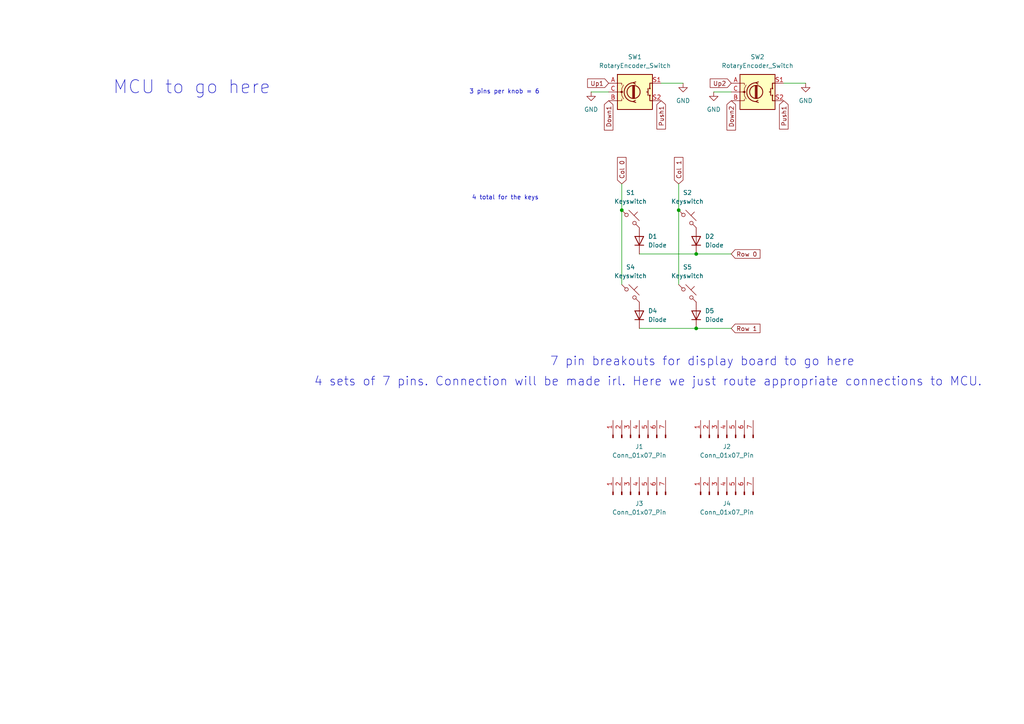
<source format=kicad_sch>
(kicad_sch (version 20250114) (generator "eeschema") (generator_version "9.0")
  (paper "A4")
  (lib_symbols
    (symbol "Connector:Conn_01x07_Pin" (pin_names (offset 1.016) (hide yes))
      (property "Reference" "J" (at 0 10.16 0))
      (property "Value" "Conn_01x07_Pin" (at 0 -10.16 0))
      (symbol "Conn_01x07_Pin_1_1"
        (rectangle (start 0.8636 7.747) (end 0 7.493) (stroke (width 0.1524)) (fill (type outline)))
        (rectangle (start 0.8636 5.207) (end 0 4.953) (stroke (width 0.1524)) (fill (type outline)))
        (rectangle (start 0.8636 2.667) (end 0 2.413) (stroke (width 0.1524)) (fill (type outline)))
        (rectangle (start 0.8636 0.127) (end 0 -0.127) (stroke (width 0.1524)) (fill (type outline)))
        (rectangle (start 0.8636 -2.413) (end 0 -2.667) (stroke (width 0.1524)) (fill (type outline)))
        (rectangle (start 0.8636 -4.953) (end 0 -5.207) (stroke (width 0.1524)) (fill (type outline)))
        (rectangle (start 0.8636 -7.493) (end 0 -7.747) (stroke (width 0.1524)) (fill (type outline)))
        (polyline (pts (xy 1.27 7.62) (xy 0.8636 7.62)) (stroke (width 0.1524)))
        (polyline (pts (xy 1.27 5.08) (xy 0.8636 5.08)) (stroke (width 0.1524)))
        (polyline (pts (xy 1.27 2.54) (xy 0.8636 2.54)) (stroke (width 0.1524)))
        (polyline (pts (xy 1.27 0) (xy 0.8636 0)) (stroke (width 0.1524)))
        (polyline (pts (xy 1.27 -2.54) (xy 0.8636 -2.54)) (stroke (width 0.1524)))
        (polyline (pts (xy 1.27 -5.08) (xy 0.8636 -5.08)) (stroke (width 0.1524)))
        (polyline (pts (xy 1.27 -7.62) (xy 0.8636 -7.62)) (stroke (width 0.1524)))
        (pin passive line (at 5.08 7.62 180) (length 3.81) (name "Pin_1") (number "1"))
        (pin passive line (at 5.08 5.08 180) (length 3.81) (name "Pin_2") (number "2"))
        (pin passive line (at 5.08 2.54 180) (length 3.81) (name "Pin_3") (number "3"))
        (pin passive line (at 5.08 0 180) (length 3.81) (name "Pin_4") (number "4"))
        (pin passive line (at 5.08 -2.54 180) (length 3.81) (name "Pin_5") (number "5"))
        (pin passive line (at 5.08 -5.08 180) (length 3.81) (name "Pin_6") (number "6"))
        (pin passive line (at 5.08 -7.62 180) (length 3.81) (name "Pin_7") (number "7"))
      )
    )
    (symbol "Device:RotaryEncoder_Switch" (pin_names (offset 0.254) (hide yes))
      (property "Reference" "SW" (at 0 6.604 0))
      (property "Value" "RotaryEncoder_Switch" (at 0 -6.604 0))
      (symbol "RotaryEncoder_Switch_0_1"
        (rectangle (start -5.08 5.08) (end 5.08 -5.08) (stroke (width 0.254)) (fill (type background)))
        (polyline (pts (xy -5.08 2.54) (xy -3.81 2.54) (xy -3.81 2.032)))
        (polyline (pts (xy -5.08 0) (xy -3.81 0) (xy -3.81 -1.016) (xy -3.302 -2.032)))
        (polyline (pts (xy -5.08 -2.54) (xy -3.81 -2.54) (xy -3.81 -2.032)))
        (polyline (pts (xy -4.318 0) (xy -3.81 0) (xy -3.81 1.016) (xy -3.302 2.032)))
        (circle (center -3.81 0) (radius 0.254) (fill (type outline)))
        (polyline (pts (xy -0.635 -1.778) (xy -0.635 1.778)) (stroke (width 0.254)))
        (circle (center -0.381 0) (radius 1.905) (stroke (width 0.254)))
        (polyline (pts (xy -0.381 -1.778) (xy -0.381 1.778)) (stroke (width 0.254)))
        (arc (start -0.381 -2.794) (mid -3.0988 -0.0635) (end -0.381 2.667) (stroke (width 0.254)))
        (polyline (pts (xy -0.127 1.778) (xy -0.127 -1.778)) (stroke (width 0.254)))
        (polyline (pts (xy 0.254 2.921) (xy -0.508 2.667) (xy 0.127 2.286)) (stroke (width 0.254)))
        (polyline (pts (xy 0.254 -3.048) (xy -0.508 -2.794) (xy 0.127 -2.413)) (stroke (width 0.254)))
        (polyline (pts (xy 3.81 1.016) (xy 3.81 -1.016)) (stroke (width 0.254)))
        (polyline (pts (xy 3.81 0) (xy 3.429 0)) (stroke (width 0.254)))
        (circle (center 4.318 1.016) (radius 0.127) (stroke (width 0.254)))
        (circle (center 4.318 -1.016) (radius 0.127) (stroke (width 0.254)))
        (polyline (pts (xy 5.08 2.54) (xy 4.318 2.54) (xy 4.318 1.016)) (stroke (width 0.254)))
        (polyline (pts (xy 5.08 -2.54) (xy 4.318 -2.54) (xy 4.318 -1.016)) (stroke (width 0.254)))
      )
      (symbol "RotaryEncoder_Switch_1_1"
        (pin passive line (at -7.62 2.54 0) (length 2.54) (name "A") (number "A"))
        (pin passive line (at -7.62 0 0) (length 2.54) (name "C") (number "C"))
        (pin passive line (at -7.62 -2.54 0) (length 2.54) (name "B") (number "B"))
        (pin passive line (at 7.62 2.54 180) (length 2.54) (name "S1") (number "S1"))
        (pin passive line (at 7.62 -2.54 180) (length 2.54) (name "S2") (number "S2"))
      )
    )
    (symbol "ScottoKeebs:Placeholder_Diode" (pin_numbers (hide yes)) (pin_names (hide yes))
      (property "Reference" "D" (at 0 2.54 0))
      (property "Value" "Diode" (at 0 -2.54 0))
      (symbol "Placeholder_Diode_0_1"
        (polyline (pts (xy -1.27 1.27) (xy -1.27 -1.27)) (stroke (width 0.254)))
        (polyline (pts (xy 1.27 1.27) (xy 1.27 -1.27) (xy -1.27 0) (xy 1.27 1.27)) (stroke (width 0.254)))
        (polyline (pts (xy 1.27 0) (xy -1.27 0)))
      )
      (symbol "Placeholder_Diode_1_1"
        (pin passive line (at -3.81 0 0) (length 2.54) (name "K") (number "1"))
        (pin passive line (at 3.81 0 180) (length 2.54) (name "A") (number "2"))
      )
    )
    (symbol "ScottoKeebs:Placeholder_Keyswitch" (pin_numbers (hide yes)) (pin_names (offset 1.016) (hide yes))
      (property "Reference" "S" (at 3.048 1.016 0))
      (property "Value" "Keyswitch" (at 0 -3.81 0))
      (symbol "Placeholder_Keyswitch_0_1"
        (polyline (pts (xy -2.54 2.54) (xy -1.524 1.524) (xy -1.524 1.524)))
        (circle (center -1.1684 1.1684) (radius 0.508))
        (polyline (pts (xy -0.508 2.54) (xy 2.54 -0.508)))
        (polyline (pts (xy 1.016 1.016) (xy 2.032 2.032)))
        (circle (center 1.143 -1.1938) (radius 0.508))
        (polyline (pts (xy 1.524 -1.524) (xy 2.54 -2.54) (xy 2.54 -2.54) (xy 2.54 -2.54)))
        (pin passive line (at -2.54 2.54 0) (length 0) (name "1") (number "1"))
        (pin passive line (at 2.54 -2.54 180) (length 0) (name "2") (number "2"))
      )
    )
    (symbol "power:GND" (power) (pin_numbers (hide yes)) (pin_names (offset 0) (hide yes))
      (property "Value" "GND" (at 0 -3.81 0))
      (symbol "GND_0_1"
        (polyline (pts (xy 0 0) (xy 0 -1.27) (xy 1.27 -1.27) (xy 0 -2.54) (xy -1.27 -1.27) (xy 0 -1.27)))
      )
      (symbol "GND_1_1"
        (pin power_in line (at 0 0 270) (length 0) (name "~") (number "1"))
      )
    )
  )
  (text "3 pins per knob = 6" (at 146.304 26.67 0) (effects (font (size 1.27 1.27))))
  (text "7 pin breakouts for display board to go here" (at 203.708 104.902 0) (effects (font (size 2.54 2.54))))
  (text "4 sets of 7 pins. Connection will be made irl. Here we just route appropriate connections to MCU." (at 187.96 110.744 0) (effects (font (size 2.54 2.54))))
  (text "4 total for the keys" (at 146.558 57.404 0) (effects (font (size 1.27 1.27))))
  (text "MCU to go here\n" (at 55.626 25.4 0) (effects (font (size 3.81 3.81))))
  (junction (at 196.85 60.96))
  (junction (at 180.34 60.96))
  (junction (at 201.93 95.25))
  (junction (at 201.93 73.66))
  (wire (pts (xy 185.42 95.25) (xy 201.93 95.25)))
  (wire (pts (xy 196.85 60.96) (xy 196.85 82.55)))
  (wire (pts (xy 196.85 53.34) (xy 196.85 60.96)))
  (wire (pts (xy 180.34 60.96) (xy 180.34 82.55)))
  (wire (pts (xy 180.34 53.34) (xy 180.34 60.96)))
  (wire (pts (xy 198.12 24.13) (xy 191.77 24.13)))
  (wire (pts (xy 185.42 73.66) (xy 201.93 73.66)))
  (wire (pts (xy 233.68 24.13) (xy 227.33 24.13)))
  (wire (pts (xy 212.09 73.66) (xy 201.93 73.66)))
  (wire (pts (xy 207.01 26.67) (xy 212.09 26.67)))
  (wire (pts (xy 171.45 26.67) (xy 176.53 26.67)))
  (wire (pts (xy 212.09 95.25) (xy 201.93 95.25)))
  (global_label "Down2" (shape input) (at 212.09 29.21 270) (property "Intersheetrefs" "${INTERSHEET_REFS}" (effects (hide yes))))
  (global_label "Up1" (shape input) (at 176.53 24.13 180) (property "Intersheetrefs" "${INTERSHEET_REFS}" (effects (hide yes))))
  (global_label "Push1" (shape input) (at 191.77 29.21 270) (property "Intersheetrefs" "${INTERSHEET_REFS}" (effects (hide yes))))
  (global_label "Down1" (shape input) (at 176.53 29.21 270) (property "Intersheetrefs" "${INTERSHEET_REFS}" (effects (hide yes))))
  (global_label "Push1" (shape input) (at 227.33 29.21 270) (property "Intersheetrefs" "${INTERSHEET_REFS}" (effects (hide yes))))
  (global_label "Up2" (shape input) (at 212.09 24.13 180) (property "Intersheetrefs" "${INTERSHEET_REFS}" (effects (hide yes))))
  (global_label "Row 0" (shape input) (at 212.09 73.66 0) (property "Intersheetrefs" "${INTERSHEET_REFS}" (effects (hide yes))))
  (global_label "Row 1" (shape input) (at 212.09 95.25 0) (property "Intersheetrefs" "${INTERSHEET_REFS}" (effects (hide yes))))
  (global_label "Col 0" (shape input) (at 180.34 53.34 90) (property "Intersheetrefs" "${INTERSHEET_REFS}" (effects (hide yes))))
  (global_label "Col 1" (shape input) (at 196.85 53.34 90) (property "Intersheetrefs" "${INTERSHEET_REFS}" (effects (hide yes))))
  (symbol (lib_id "ScottoKeebs:Placeholder_Keyswitch") (at 199.39 63.5 0) (unit 1)
    (property "Reference" "S2" (at 199.39 55.88 0))
    (property "Value" "Keyswitch" (at 199.39 58.42 0))
    (property "Footprint" "ScottoKeebs_MX:MX_PCB_1.00u" (effects (hide yes)))
    (property "Description" "Push button switch, normally open, two pins, 45° tilted" (effects (hide yes)))
  )
  (symbol (lib_id "ScottoKeebs:Placeholder_Diode") (at 185.42 69.85 90) (unit 1)
    (property "Reference" "D1" (at 187.96 68.5799 90) (effects (justify right)))
    (property "Value" "Diode" (at 187.96 71.1199 90) (effects (justify right)))
    (property "Footprint" "ScottoKeebs_Components:Diode_DO-35" (effects (hide yes)))
    (property "Description" "1N4148 (DO-35) or 1N4148W (SOD-123)" (effects (hide yes)))
    (property "Sim.Device" "D" (effects (hide yes)))
    (property "Sim.Pins" "1=K 2=A" (effects (hide yes)))
  )
  (symbol (lib_id "power:GND") (at 207.01 26.67 0) (unit 1)
    (property "Reference" "#PWR08" (effects (hide yes)))
    (property "Value" "GND" (at 207.01 31.75 0))
    (property "Description" "Power symbol creates a global label with name \"GND\" , ground" (effects (hide yes)))
  )
  (symbol (lib_id "ScottoKeebs:Placeholder_Keyswitch") (at 182.88 85.09 0) (unit 1)
    (property "Reference" "S4" (at 182.88 77.47 0))
    (property "Value" "Keyswitch" (at 182.88 80.01 0))
    (property "Footprint" "ScottoKeebs_MX:MX_PCB_1.00u" (effects (hide yes)))
    (property "Description" "Push button switch, normally open, two pins, 45° tilted" (effects (hide yes)))
  )
  (symbol (lib_id "Connector:Conn_01x07_Pin") (at 185.42 143.51 90) (unit 1)
    (property "Reference" "J3" (at 185.42 146.05 90))
    (property "Value" "Conn_01x07_Pin" (at 185.42 148.59 90))
    (property "Footprint" "Connector_PinHeader_2.54mm:PinHeader_1x07_P2.54mm_Vertical" (effects (hide yes)))
    (property "Description" "Generic connector, single row, 01x07, script generated" (effects (hide yes)))
  )
  (symbol (lib_id "power:GND") (at 171.45 26.67 0) (unit 1)
    (property "Reference" "#PWR06" (effects (hide yes)))
    (property "Value" "GND" (at 171.45 31.75 0))
    (property "Description" "Power symbol creates a global label with name \"GND\" , ground" (effects (hide yes)))
  )
  (symbol (lib_id "power:GND") (at 198.12 24.13 0) (unit 1)
    (property "Reference" "#PWR07" (effects (hide yes)))
    (property "Value" "GND" (at 198.12 29.21 0))
    (property "Description" "Power symbol creates a global label with name \"GND\" , ground" (effects (hide yes)))
  )
  (symbol (lib_id "Device:RotaryEncoder_Switch") (at 184.15 26.67 0) (unit 1)
    (property "Reference" "SW1" (at 184.15 16.51 0))
    (property "Value" "RotaryEncoder_Switch" (at 184.15 19.05 0))
    (property "Footprint" "Rotary_Encoder:RotaryEncoder_Alps_EC11E-Switch_Vertical_H20mm" (effects (hide yes)))
    (property "Description" "Rotary encoder, dual channel, incremental quadrate outputs, with switch" (effects (hide yes)))
  )
  (symbol (lib_id "Connector:Conn_01x07_Pin") (at 185.42 127 90) (unit 1)
    (property "Reference" "J1" (at 185.42 129.54 90))
    (property "Value" "Conn_01x07_Pin" (at 185.42 132.08 90))
    (property "Footprint" "Connector_PinHeader_2.54mm:PinHeader_1x07_P2.54mm_Vertical" (effects (hide yes)))
    (property "Description" "Generic connector, single row, 01x07, script generated" (effects (hide yes)))
  )
  (symbol (lib_id "ScottoKeebs:Placeholder_Diode") (at 185.42 91.44 90) (unit 1)
    (property "Reference" "D4" (at 187.96 90.1699 90) (effects (justify right)))
    (property "Value" "Diode" (at 187.96 92.7099 90) (effects (justify right)))
    (property "Footprint" "ScottoKeebs_Components:Diode_DO-35" (effects (hide yes)))
    (property "Description" "1N4148 (DO-35) or 1N4148W (SOD-123)" (effects (hide yes)))
    (property "Sim.Device" "D" (effects (hide yes)))
    (property "Sim.Pins" "1=K 2=A" (effects (hide yes)))
  )
  (symbol (lib_id "ScottoKeebs:Placeholder_Diode") (at 201.93 91.44 90) (unit 1)
    (property "Reference" "D5" (at 204.47 90.1699 90) (effects (justify right)))
    (property "Value" "Diode" (at 204.47 92.7099 90) (effects (justify right)))
    (property "Footprint" "ScottoKeebs_Components:Diode_DO-35" (effects (hide yes)))
    (property "Description" "1N4148 (DO-35) or 1N4148W (SOD-123)" (effects (hide yes)))
    (property "Sim.Device" "D" (effects (hide yes)))
    (property "Sim.Pins" "1=K 2=A" (effects (hide yes)))
  )
  (symbol (lib_id "ScottoKeebs:Placeholder_Diode") (at 201.93 69.85 90) (unit 1)
    (property "Reference" "D2" (at 204.47 68.5799 90) (effects (justify right)))
    (property "Value" "Diode" (at 204.47 71.1199 90) (effects (justify right)))
    (property "Footprint" "ScottoKeebs_Components:Diode_DO-35" (effects (hide yes)))
    (property "Description" "1N4148 (DO-35) or 1N4148W (SOD-123)" (effects (hide yes)))
    (property "Sim.Device" "D" (effects (hide yes)))
    (property "Sim.Pins" "1=K 2=A" (effects (hide yes)))
  )
  (symbol (lib_id "power:GND") (at 233.68 24.13 0) (unit 1)
    (property "Reference" "#PWR09" (effects (hide yes)))
    (property "Value" "GND" (at 233.68 29.21 0))
    (property "Description" "Power symbol creates a global label with name \"GND\" , ground" (effects (hide yes)))
  )
  (symbol (lib_id "ScottoKeebs:Placeholder_Keyswitch") (at 199.39 85.09 0) (unit 1)
    (property "Reference" "S5" (at 199.39 77.47 0))
    (property "Value" "Keyswitch" (at 199.39 80.01 0))
    (property "Footprint" "ScottoKeebs_MX:MX_PCB_1.00u" (effects (hide yes)))
    (property "Description" "Push button switch, normally open, two pins, 45° tilted" (effects (hide yes)))
  )
  (symbol (lib_id "Connector:Conn_01x07_Pin") (at 210.82 127 90) (unit 1)
    (property "Reference" "J2" (at 210.82 129.54 90))
    (property "Value" "Conn_01x07_Pin" (at 210.82 132.08 90))
    (property "Footprint" "Connector_PinHeader_2.54mm:PinHeader_1x07_P2.54mm_Vertical" (effects (hide yes)))
    (property "Description" "Generic connector, single row, 01x07, script generated" (effects (hide yes)))
  )
  (symbol (lib_id "Connector:Conn_01x07_Pin") (at 210.82 143.51 90) (unit 1)
    (property "Reference" "J4" (at 210.82 146.05 90))
    (property "Value" "Conn_01x07_Pin" (at 210.82 148.59 90))
    (property "Footprint" "Connector_PinHeader_2.54mm:PinHeader_1x07_P2.54mm_Vertical" (effects (hide yes)))
    (property "Description" "Generic connector, single row, 01x07, script generated" (effects (hide yes)))
  )
  (symbol (lib_id "ScottoKeebs:Placeholder_Keyswitch") (at 182.88 63.5 0) (unit 1)
    (property "Reference" "S1" (at 182.88 55.88 0))
    (property "Value" "Keyswitch" (at 182.88 58.42 0))
    (property "Footprint" "ScottoKeebs_MX:MX_PCB_1.00u" (effects (hide yes)))
    (property "Description" "Push button switch, normally open, two pins, 45° tilted" (effects (hide yes)))
  )
  (symbol (lib_id "Device:RotaryEncoder_Switch") (at 219.71 26.67 0) (unit 1)
    (property "Reference" "SW2" (at 219.71 16.51 0))
    (property "Value" "RotaryEncoder_Switch" (at 219.71 19.05 0))
    (property "Footprint" "Rotary_Encoder:RotaryEncoder_Alps_EC11E-Switch_Vertical_H20mm" (effects (hide yes)))
    (property "Description" "Rotary encoder, dual channel, incremental quadrate outputs, with switch" (effects (hide yes)))
  )
)
</source>
